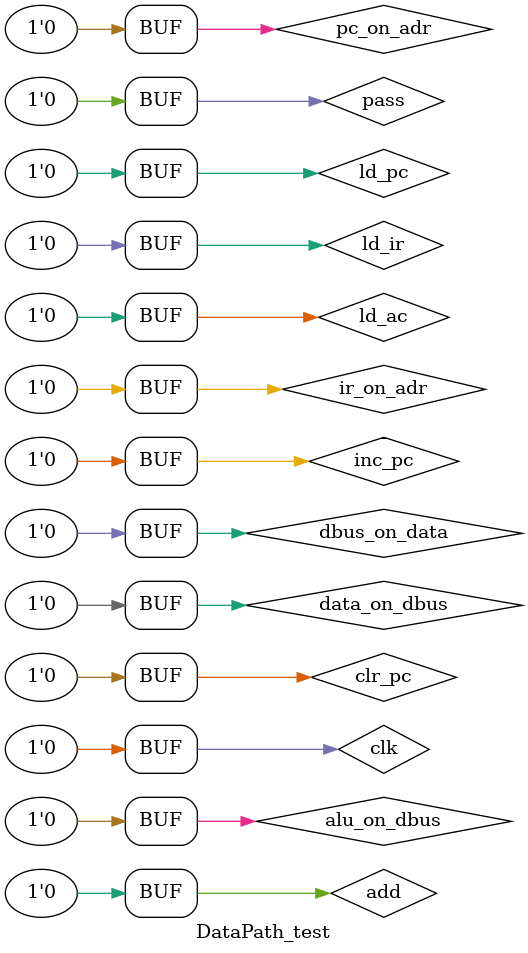
<source format=v>
`timescale 1ns / 1ps


module DataPath_test;

	// Inputs
	reg ir_on_adr;
	reg pc_on_adr;
	reg dbus_on_data;
	reg data_on_dbus;
	reg ld_ir;
	reg ld_ac;
	reg ld_pc;
	reg inc_pc;
	reg clr_pc;
	reg pass;
	reg add;
	reg alu_on_dbus;
	reg clk;

	// Outputs
	wire [5:0] adr_bus;
	wire [1:0] op_code;

	// Bidirs
	wire [7:0] data_bus;

	// Instantiate the Unit Under Test (UUT)
	DataPath uut (
		.ir_on_adr(ir_on_adr), 
		.pc_on_adr(pc_on_adr), 
		.dbus_on_data(dbus_on_data), 
		.data_on_dbus(data_on_dbus), 
		.ld_ir(ld_ir), 
		.ld_ac(ld_ac), 
		.ld_pc(ld_pc), 
		.inc_pc(inc_pc), 
		.clr_pc(clr_pc), 
		.pass(pass), 
		.add(add), 
		.alu_on_dbus(alu_on_dbus), 
		.clk(clk), 
		.adr_bus(adr_bus), 
		.op_code(op_code), 
		.data_bus(data_bus)
	);

	initial begin
		// Initialize Inputs
		ir_on_adr = 0;
		pc_on_adr = 0;
		dbus_on_data = 0;
		data_on_dbus = 0;
		ld_ir = 0;
		ld_ac = 0;
		ld_pc = 0;
		inc_pc = 0;
		clr_pc = 0;
		pass = 0;
		add = 0;
		alu_on_dbus = 0;
		clk = 0;

		// Wait 100 ns for global reset to finish
		#100;
        
		// Add stimulus here

	end
      
endmodule


</source>
